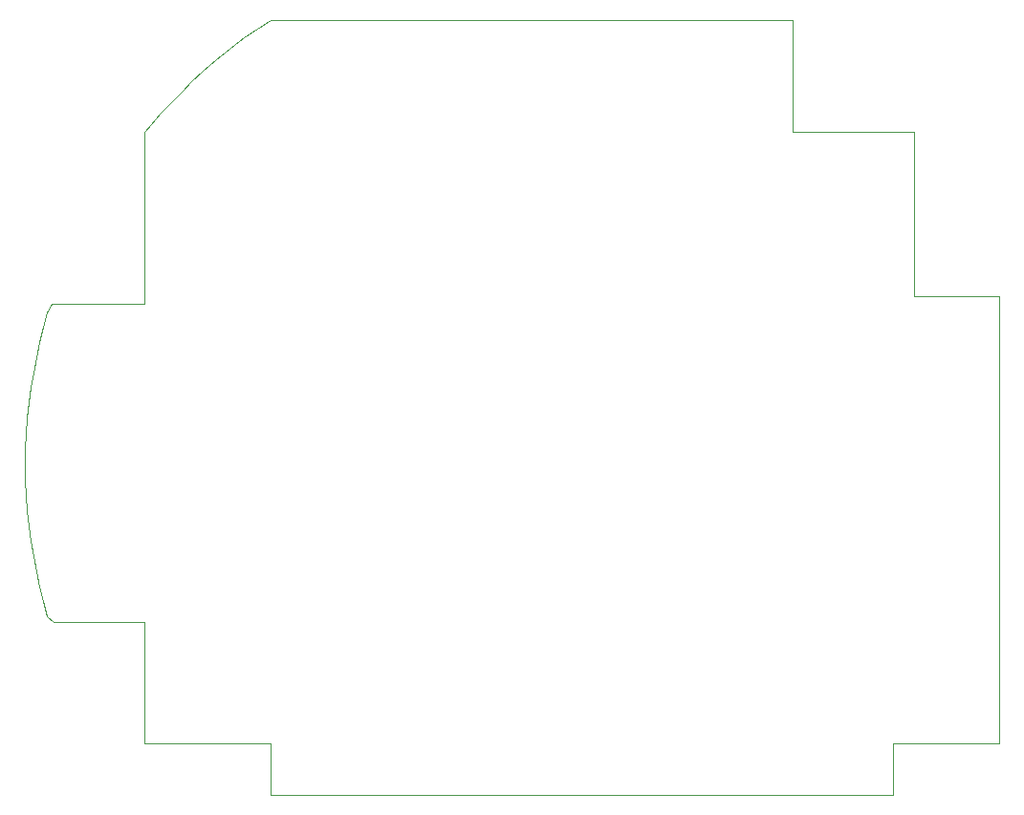
<source format=gbr>
%TF.GenerationSoftware,KiCad,Pcbnew,9.0.1*%
%TF.CreationDate,2025-04-18T18:57:09+02:00*%
%TF.ProjectId,hexapod2_cli,68657861-706f-4643-925f-636c692e6b69,rev?*%
%TF.SameCoordinates,Original*%
%TF.FileFunction,Profile,NP*%
%FSLAX46Y46*%
G04 Gerber Fmt 4.6, Leading zero omitted, Abs format (unit mm)*
G04 Created by KiCad (PCBNEW 9.0.1) date 2025-04-18 18:57:09*
%MOMM*%
%LPD*%
G01*
G04 APERTURE LIST*
%TA.AperFunction,Profile*%
%ADD10C,0.100000*%
%TD*%
G04 APERTURE END LIST*
D10*
X158750000Y-69215000D02*
X163830000Y-69215000D01*
X169545000Y-69215000D01*
X169545000Y-83820000D01*
X177038000Y-83820000D01*
X177038000Y-123444000D01*
X167640000Y-123444000D01*
X167640000Y-128016000D01*
X112522000Y-128016000D01*
X112522000Y-123444000D01*
X101346000Y-123444000D01*
X101346000Y-112649000D01*
X93303671Y-112649000D01*
X92766038Y-112163764D01*
X92393457Y-110850008D01*
X92059244Y-109525972D01*
X91763681Y-108192776D01*
X91507019Y-106851547D01*
X91289475Y-105503421D01*
X91111233Y-104149538D01*
X90972444Y-102791044D01*
X90873225Y-101429087D01*
X90813660Y-100064821D01*
X90793799Y-98699400D01*
X90813660Y-97333979D01*
X90873225Y-95969713D01*
X90972444Y-94607756D01*
X91111233Y-93249262D01*
X91289475Y-91895379D01*
X91507019Y-90547253D01*
X91763681Y-89206024D01*
X92059244Y-87872828D01*
X92393457Y-86548792D01*
X92766038Y-85235036D01*
X93176671Y-84455000D01*
X101346000Y-84455000D01*
X101346000Y-70664987D01*
X101346000Y-69291200D01*
X101981000Y-68554600D01*
X102743000Y-67640200D01*
X103632000Y-66675000D01*
X104648000Y-65659000D01*
X105537000Y-64770000D01*
X106553000Y-63830200D01*
X107721400Y-62814200D01*
X110185200Y-60902248D01*
X112522000Y-59309000D01*
X158750000Y-59309000D01*
X158750000Y-69215000D01*
M02*

</source>
